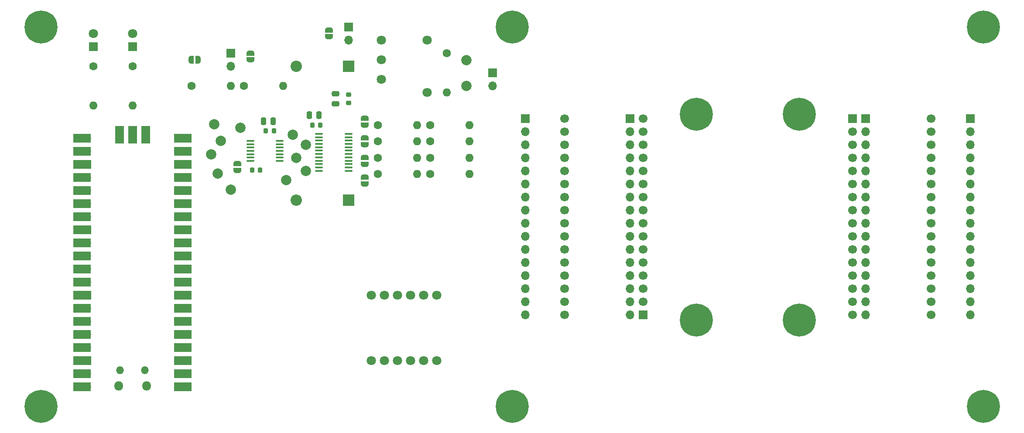
<source format=gbr>
G04 #@! TF.GenerationSoftware,KiCad,Pcbnew,8.0.6*
G04 #@! TF.CreationDate,2025-01-16T18:08:50-08:00*
G04 #@! TF.ProjectId,levitas,6c657669-7461-4732-9e6b-696361645f70,rev?*
G04 #@! TF.SameCoordinates,Original*
G04 #@! TF.FileFunction,Soldermask,Top*
G04 #@! TF.FilePolarity,Negative*
%FSLAX46Y46*%
G04 Gerber Fmt 4.6, Leading zero omitted, Abs format (unit mm)*
G04 Created by KiCad (PCBNEW 8.0.6) date 2025-01-16 18:08:50*
%MOMM*%
%LPD*%
G01*
G04 APERTURE LIST*
G04 Aperture macros list*
%AMRoundRect*
0 Rectangle with rounded corners*
0 $1 Rounding radius*
0 $2 $3 $4 $5 $6 $7 $8 $9 X,Y pos of 4 corners*
0 Add a 4 corners polygon primitive as box body*
4,1,4,$2,$3,$4,$5,$6,$7,$8,$9,$2,$3,0*
0 Add four circle primitives for the rounded corners*
1,1,$1+$1,$2,$3*
1,1,$1+$1,$4,$5*
1,1,$1+$1,$6,$7*
1,1,$1+$1,$8,$9*
0 Add four rect primitives between the rounded corners*
20,1,$1+$1,$2,$3,$4,$5,0*
20,1,$1+$1,$4,$5,$6,$7,0*
20,1,$1+$1,$6,$7,$8,$9,0*
20,1,$1+$1,$8,$9,$2,$3,0*%
%AMFreePoly0*
4,1,19,0.500000,-0.750000,0.000000,-0.750000,0.000000,-0.744911,-0.071157,-0.744911,-0.207708,-0.704816,-0.327430,-0.627875,-0.420627,-0.520320,-0.479746,-0.390866,-0.500000,-0.250000,-0.500000,0.250000,-0.479746,0.390866,-0.420627,0.520320,-0.327430,0.627875,-0.207708,0.704816,-0.071157,0.744911,0.000000,0.744911,0.000000,0.750000,0.500000,0.750000,0.500000,-0.750000,0.500000,-0.750000,
$1*%
%AMFreePoly1*
4,1,19,0.000000,0.744911,0.071157,0.744911,0.207708,0.704816,0.327430,0.627875,0.420627,0.520320,0.479746,0.390866,0.500000,0.250000,0.500000,-0.250000,0.479746,-0.390866,0.420627,-0.520320,0.327430,-0.627875,0.207708,-0.704816,0.071157,-0.744911,0.000000,-0.744911,0.000000,-0.750000,-0.500000,-0.750000,-0.500000,0.750000,0.000000,0.750000,0.000000,0.744911,0.000000,0.744911,
$1*%
G04 Aperture macros list end*
%ADD10C,0.800000*%
%ADD11C,6.400000*%
%ADD12C,1.600000*%
%ADD13O,1.600000X1.600000*%
%ADD14R,1.700000X1.700000*%
%ADD15O,1.700000X1.700000*%
%ADD16FreePoly0,90.000000*%
%ADD17FreePoly1,90.000000*%
%ADD18C,2.000000*%
%ADD19FreePoly0,270.000000*%
%ADD20FreePoly1,270.000000*%
%ADD21RoundRect,0.250000X-0.475000X0.250000X-0.475000X-0.250000X0.475000X-0.250000X0.475000X0.250000X0*%
%ADD22FreePoly0,180.000000*%
%ADD23FreePoly1,180.000000*%
%ADD24RoundRect,0.100000X-0.637500X-0.100000X0.637500X-0.100000X0.637500X0.100000X-0.637500X0.100000X0*%
%ADD25RoundRect,0.225000X0.225000X0.250000X-0.225000X0.250000X-0.225000X-0.250000X0.225000X-0.250000X0*%
%ADD26RoundRect,0.250000X0.250000X0.475000X-0.250000X0.475000X-0.250000X-0.475000X0.250000X-0.475000X0*%
%ADD27C,1.700000*%
%ADD28C,1.800000*%
%ADD29RoundRect,0.100000X0.637500X0.100000X-0.637500X0.100000X-0.637500X-0.100000X0.637500X-0.100000X0*%
%ADD30RoundRect,0.250000X-0.250000X-0.475000X0.250000X-0.475000X0.250000X0.475000X-0.250000X0.475000X0*%
%ADD31R,1.800000X1.800000*%
%ADD32RoundRect,0.225000X-0.225000X-0.250000X0.225000X-0.250000X0.225000X0.250000X-0.225000X0.250000X0*%
%ADD33O,1.800000X1.800000*%
%ADD34O,1.500000X1.500000*%
%ADD35R,3.500000X1.700000*%
%ADD36R,1.700000X3.500000*%
%ADD37R,2.200000X2.200000*%
%ADD38O,2.200000X2.200000*%
%ADD39RoundRect,0.225000X-0.250000X0.225000X-0.250000X-0.225000X0.250000X-0.225000X0.250000X0.225000X0*%
G04 APERTURE END LIST*
D10*
G04 #@! TO.C,REF\u002A\u002A*
X238900000Y-132080000D03*
X239602944Y-130382944D03*
X239602944Y-133777056D03*
X241300000Y-129680000D03*
D11*
X241300000Y-132080000D03*
D10*
X241300000Y-134480000D03*
X242997056Y-130382944D03*
X242997056Y-133777056D03*
X243700000Y-132080000D03*
G04 #@! TD*
D12*
G04 #@! TO.C,R2*
X76200000Y-66040000D03*
D13*
X76200000Y-73660000D03*
G04 #@! TD*
D14*
G04 #@! TO.C,JP2*
X146050000Y-67310000D03*
D15*
X146050000Y-69850000D03*
G04 #@! TD*
D12*
G04 #@! TO.C,F4*
X133985000Y-86995000D03*
D13*
X141605000Y-86995000D03*
G04 #@! TD*
D12*
G04 #@! TO.C,F2*
X133985000Y-80645000D03*
D13*
X141605000Y-80645000D03*
G04 #@! TD*
D12*
G04 #@! TO.C,F1*
X133985000Y-77470000D03*
D13*
X141605000Y-77470000D03*
G04 #@! TD*
D12*
G04 #@! TO.C,R8*
X123825000Y-86995000D03*
D13*
X131445000Y-86995000D03*
G04 #@! TD*
D16*
G04 #@! TO.C,JP9*
X121285000Y-81280000D03*
D17*
X121285000Y-79980000D03*
G04 #@! TD*
D10*
G04 #@! TO.C,REF\u002A\u002A*
X203160000Y-115390000D03*
X203862944Y-113692944D03*
X203862944Y-117087056D03*
X205560000Y-112990000D03*
D11*
X205560000Y-115390000D03*
D10*
X205560000Y-117790000D03*
X207257056Y-113692944D03*
X207257056Y-117087056D03*
X207960000Y-115390000D03*
G04 #@! TD*
D18*
G04 #@! TO.C,J13*
X91440000Y-83185000D03*
G04 #@! TD*
D19*
G04 #@! TO.C,JP3*
X114300000Y-59040000D03*
D20*
X114300000Y-60340000D03*
G04 #@! TD*
D21*
G04 #@! TO.C,C6*
X115570000Y-71440000D03*
X115570000Y-73340000D03*
G04 #@! TD*
D10*
G04 #@! TO.C,REF\u002A\u002A*
X183180000Y-75390000D03*
X183882944Y-73692944D03*
X183882944Y-77087056D03*
X185580000Y-72990000D03*
D11*
X185580000Y-75390000D03*
D10*
X185580000Y-77790000D03*
X187277056Y-73692944D03*
X187277056Y-77087056D03*
X187980000Y-75390000D03*
G04 #@! TD*
G04 #@! TO.C,REF\u002A\u002A*
X238900000Y-58420000D03*
X239602944Y-56722944D03*
X239602944Y-60117056D03*
X241300000Y-56020000D03*
D11*
X241300000Y-58420000D03*
D10*
X241300000Y-60820000D03*
X242997056Y-56722944D03*
X242997056Y-60117056D03*
X243700000Y-58420000D03*
G04 #@! TD*
D22*
G04 #@! TO.C,JP7*
X88900000Y-64770000D03*
D23*
X87600000Y-64770000D03*
G04 #@! TD*
D19*
G04 #@! TO.C,JP11*
X121285000Y-87600000D03*
D20*
X121285000Y-88900000D03*
G04 #@! TD*
D24*
G04 #@! TO.C,U2*
X112380000Y-79210000D03*
X112380000Y-79860000D03*
X112380000Y-80510000D03*
X112380000Y-81160000D03*
X112380000Y-81810000D03*
X112380000Y-82460000D03*
X112380000Y-83110000D03*
X112380000Y-83760000D03*
X112380000Y-84410000D03*
X112380000Y-85060000D03*
X112380000Y-85710000D03*
X112380000Y-86360000D03*
X118105000Y-86360000D03*
X118105000Y-85710000D03*
X118105000Y-85060000D03*
X118105000Y-84410000D03*
X118105000Y-83760000D03*
X118105000Y-83110000D03*
X118105000Y-82460000D03*
X118105000Y-81810000D03*
X118105000Y-81160000D03*
X118105000Y-80510000D03*
X118105000Y-79860000D03*
X118105000Y-79210000D03*
G04 #@! TD*
D25*
G04 #@! TO.C,C2*
X103640000Y-78650000D03*
X102090000Y-78650000D03*
G04 #@! TD*
D18*
G04 #@! TO.C,J17*
X107310000Y-79375000D03*
G04 #@! TD*
D10*
G04 #@! TO.C,REF\u002A\u002A*
X203180000Y-75357056D03*
X203882944Y-73660000D03*
X203882944Y-77054112D03*
X205580000Y-72957056D03*
D11*
X205580000Y-75357056D03*
D10*
X205580000Y-77757056D03*
X207277056Y-73660000D03*
X207277056Y-77054112D03*
X207980000Y-75357056D03*
G04 #@! TD*
D18*
G04 #@! TO.C,J15*
X107945000Y-83820000D03*
G04 #@! TD*
D26*
G04 #@! TO.C,C3*
X103495000Y-76745000D03*
X101595000Y-76745000D03*
G04 #@! TD*
D19*
G04 #@! TO.C,JP10*
X121285000Y-83790000D03*
D20*
X121285000Y-85090000D03*
G04 #@! TD*
D14*
G04 #@! TO.C,J2*
X215900000Y-76200000D03*
D27*
X215900000Y-78740000D03*
X215900000Y-81280000D03*
X215900000Y-83820000D03*
X215900000Y-86360000D03*
X215900000Y-88900000D03*
X215900000Y-91440000D03*
X215900000Y-93980000D03*
X215900000Y-96520000D03*
X215900000Y-99060000D03*
X215900000Y-101600000D03*
X215900000Y-104140000D03*
X215900000Y-106680000D03*
X215900000Y-109220000D03*
X215900000Y-111760000D03*
X215900000Y-114300000D03*
X231140000Y-114300000D03*
X231140000Y-111760000D03*
X231140000Y-109220000D03*
X231140000Y-106680000D03*
X231140000Y-104140000D03*
X231140000Y-101600000D03*
X231140000Y-99060000D03*
X231140000Y-96520000D03*
X231140000Y-93980000D03*
X231140000Y-91440000D03*
X231140000Y-88900000D03*
X231140000Y-86360000D03*
X231140000Y-83820000D03*
X231140000Y-81280000D03*
X231140000Y-78740000D03*
X231140000Y-76200000D03*
G04 #@! TD*
D10*
G04 #@! TO.C,REF\u002A\u002A*
X56020000Y-58420000D03*
X56722944Y-56722944D03*
X56722944Y-60117056D03*
X58420000Y-56020000D03*
D11*
X58420000Y-58420000D03*
D10*
X58420000Y-60820000D03*
X60117056Y-56722944D03*
X60117056Y-60117056D03*
X60820000Y-58420000D03*
G04 #@! TD*
D18*
G04 #@! TO.C,J16*
X109850000Y-81280000D03*
G04 #@! TD*
D14*
G04 #@! TO.C,JP5*
X95250000Y-63500000D03*
D15*
X95250000Y-66040000D03*
G04 #@! TD*
D14*
G04 #@! TO.C,J1*
X175260000Y-114300000D03*
D27*
X175260000Y-111760000D03*
X175260000Y-109220000D03*
X175260000Y-106680000D03*
X175260000Y-104140000D03*
X175260000Y-101600000D03*
X175260000Y-99060000D03*
X175260000Y-96520000D03*
X175260000Y-93980000D03*
X175260000Y-91440000D03*
X175260000Y-88900000D03*
X175260000Y-86360000D03*
X175260000Y-83820000D03*
X175260000Y-81280000D03*
X175260000Y-78740000D03*
X175260000Y-76200000D03*
X160020000Y-76200000D03*
X160020000Y-78740000D03*
X160020000Y-81280000D03*
X160020000Y-83820000D03*
X160020000Y-86360000D03*
X160020000Y-88900000D03*
X160020000Y-91440000D03*
X160020000Y-93980000D03*
X160020000Y-96520000D03*
X160020000Y-99060000D03*
X160020000Y-101600000D03*
X160020000Y-104140000D03*
X160020000Y-106680000D03*
X160020000Y-109220000D03*
X160020000Y-111760000D03*
X160020000Y-114300000D03*
G04 #@! TD*
D18*
G04 #@! TO.C,J10*
X97150000Y-78015000D03*
G04 #@! TD*
D10*
G04 #@! TO.C,REF\u002A\u002A*
X56020000Y-132080000D03*
X56722944Y-130382944D03*
X56722944Y-133777056D03*
X58420000Y-129680000D03*
D11*
X58420000Y-132080000D03*
D10*
X58420000Y-134480000D03*
X60117056Y-130382944D03*
X60117056Y-133777056D03*
X60820000Y-132080000D03*
G04 #@! TD*
D14*
G04 #@! TO.C,J4*
X172720000Y-76200000D03*
D15*
X172720000Y-78740000D03*
X172720000Y-81280000D03*
X172720000Y-83820000D03*
X172720000Y-86360000D03*
X172720000Y-88900000D03*
X172720000Y-91440000D03*
X172720000Y-93980000D03*
X172720000Y-96520000D03*
X172720000Y-99060000D03*
X172720000Y-101600000D03*
X172720000Y-104140000D03*
X172720000Y-106680000D03*
X172720000Y-109220000D03*
X172720000Y-111760000D03*
X172720000Y-114300000D03*
G04 #@! TD*
D16*
G04 #@! TO.C,JP8*
X121285000Y-77470000D03*
D17*
X121285000Y-76170000D03*
G04 #@! TD*
D14*
G04 #@! TO.C,J6*
X238760000Y-76200000D03*
D15*
X238760000Y-78740000D03*
X238760000Y-81280000D03*
X238760000Y-83820000D03*
X238760000Y-86360000D03*
X238760000Y-88900000D03*
X238760000Y-91440000D03*
X238760000Y-93980000D03*
X238760000Y-96520000D03*
X238760000Y-99060000D03*
X238760000Y-101600000D03*
X238760000Y-104140000D03*
X238760000Y-106680000D03*
X238760000Y-109220000D03*
X238760000Y-111760000D03*
X238760000Y-114300000D03*
G04 #@! TD*
D28*
G04 #@! TO.C,U5*
X122555000Y-110490000D03*
X125095000Y-110490000D03*
X127635000Y-110490000D03*
X130175000Y-110490000D03*
X132715000Y-110490000D03*
X135255000Y-110490000D03*
X122555000Y-123190000D03*
X125095000Y-123190000D03*
X127635000Y-123190000D03*
X130175000Y-123190000D03*
X132715000Y-123190000D03*
X135255000Y-123190000D03*
G04 #@! TD*
D16*
G04 #@! TO.C,JP1*
X96515000Y-86285000D03*
D17*
X96515000Y-84985000D03*
G04 #@! TD*
D29*
G04 #@! TO.C,U4*
X104770000Y-84455000D03*
X104770000Y-83805000D03*
X104770000Y-83155000D03*
X104770000Y-82505000D03*
X104770000Y-81855000D03*
X104770000Y-81205000D03*
X104770000Y-80555000D03*
X99045000Y-80555000D03*
X99045000Y-81205000D03*
X99045000Y-81855000D03*
X99045000Y-82505000D03*
X99045000Y-83155000D03*
X99045000Y-83805000D03*
X99045000Y-84455000D03*
G04 #@! TD*
D14*
G04 #@! TO.C,JP4*
X118110000Y-58420000D03*
D15*
X118110000Y-60960000D03*
G04 #@! TD*
D12*
G04 #@! TO.C,F3*
X133985000Y-83820000D03*
D13*
X141605000Y-83820000D03*
G04 #@! TD*
D30*
G04 #@! TO.C,C8*
X110490000Y-75565000D03*
X112390000Y-75565000D03*
G04 #@! TD*
D12*
G04 #@! TO.C,R4*
X97790000Y-69850000D03*
D13*
X105410000Y-69850000D03*
G04 #@! TD*
D18*
G04 #@! TO.C,J9*
X106040000Y-88175000D03*
G04 #@! TD*
D14*
G04 #@! TO.C,J5*
X218440000Y-76200000D03*
D15*
X218440000Y-78740000D03*
X218440000Y-81280000D03*
X218440000Y-83820000D03*
X218440000Y-86360000D03*
X218440000Y-88900000D03*
X218440000Y-91440000D03*
X218440000Y-93980000D03*
X218440000Y-96520000D03*
X218440000Y-99060000D03*
X218440000Y-101600000D03*
X218440000Y-104140000D03*
X218440000Y-106680000D03*
X218440000Y-109220000D03*
X218440000Y-111760000D03*
X218440000Y-114300000D03*
G04 #@! TD*
D12*
G04 #@! TO.C,R3*
X137160000Y-63500000D03*
D13*
X137160000Y-71120000D03*
G04 #@! TD*
D31*
G04 #@! TO.C,D4*
X68580000Y-62230000D03*
D28*
X68580000Y-59690000D03*
G04 #@! TD*
D32*
G04 #@! TO.C,C7*
X111120000Y-77470000D03*
X112670000Y-77470000D03*
G04 #@! TD*
D18*
G04 #@! TO.C,J12*
X93340000Y-80555000D03*
G04 #@! TD*
D31*
G04 #@! TO.C,D1*
X76200000Y-62230000D03*
D28*
X76200000Y-59690000D03*
G04 #@! TD*
D10*
G04 #@! TO.C,REF\u002A\u002A*
X147460000Y-58420000D03*
X148162944Y-56722944D03*
X148162944Y-60117056D03*
X149860000Y-56020000D03*
D11*
X149860000Y-58420000D03*
D10*
X149860000Y-60820000D03*
X151557056Y-56722944D03*
X151557056Y-60117056D03*
X152260000Y-58420000D03*
G04 #@! TD*
D28*
G04 #@! TO.C,U3*
X124460000Y-60960000D03*
X124460000Y-64770000D03*
X133350000Y-60960000D03*
X133350000Y-71120000D03*
X124460000Y-68580000D03*
G04 #@! TD*
D12*
G04 #@! TO.C,R1*
X87630000Y-69850000D03*
D13*
X95250000Y-69850000D03*
G04 #@! TD*
D19*
G04 #@! TO.C,JP6*
X99060000Y-63500000D03*
D20*
X99060000Y-64800000D03*
G04 #@! TD*
D18*
G04 #@! TO.C,J11*
X92070000Y-77380000D03*
G04 #@! TD*
D12*
G04 #@! TO.C,R6*
X123825000Y-80645000D03*
D13*
X131445000Y-80645000D03*
G04 #@! TD*
D10*
G04 #@! TO.C,REF\u002A\u002A*
X183180000Y-115390000D03*
X183882944Y-113692944D03*
X183882944Y-117087056D03*
X185580000Y-112990000D03*
D11*
X185580000Y-115390000D03*
D10*
X185580000Y-117790000D03*
X187277056Y-113692944D03*
X187277056Y-117087056D03*
X187980000Y-115390000D03*
G04 #@! TD*
G04 #@! TO.C,REF\u002A\u002A*
X147460000Y-132080000D03*
X148162944Y-130382944D03*
X148162944Y-133777056D03*
X149860000Y-129680000D03*
D11*
X149860000Y-132080000D03*
D10*
X149860000Y-134480000D03*
X151557056Y-130382944D03*
X151557056Y-133777056D03*
X152260000Y-132080000D03*
G04 #@! TD*
D33*
G04 #@! TO.C,U1*
X78925000Y-128140000D03*
D34*
X78625000Y-125110000D03*
X73775000Y-125110000D03*
D33*
X73475000Y-128140000D03*
D15*
X85090000Y-128270000D03*
D35*
X85990000Y-128270000D03*
D15*
X85090000Y-125730000D03*
D35*
X85990000Y-125730000D03*
D14*
X85090000Y-123190000D03*
D35*
X85990000Y-123190000D03*
D15*
X85090000Y-120650000D03*
D35*
X85990000Y-120650000D03*
D15*
X85090000Y-118110000D03*
D35*
X85990000Y-118110000D03*
D15*
X85090000Y-115570000D03*
D35*
X85990000Y-115570000D03*
D15*
X85090000Y-113030000D03*
D35*
X85990000Y-113030000D03*
D14*
X85090000Y-110490000D03*
D35*
X85990000Y-110490000D03*
D15*
X85090000Y-107950000D03*
D35*
X85990000Y-107950000D03*
D15*
X85090000Y-105410000D03*
D35*
X85990000Y-105410000D03*
D15*
X85090000Y-102870000D03*
D35*
X85990000Y-102870000D03*
D15*
X85090000Y-100330000D03*
D35*
X85990000Y-100330000D03*
D14*
X85090000Y-97790000D03*
D35*
X85990000Y-97790000D03*
D15*
X85090000Y-95250000D03*
D35*
X85990000Y-95250000D03*
D15*
X85090000Y-92710000D03*
D35*
X85990000Y-92710000D03*
D15*
X85090000Y-90170000D03*
D35*
X85990000Y-90170000D03*
D15*
X85090000Y-87630000D03*
D35*
X85990000Y-87630000D03*
D14*
X85090000Y-85090000D03*
D35*
X85990000Y-85090000D03*
D15*
X85090000Y-82550000D03*
D35*
X85990000Y-82550000D03*
D15*
X85090000Y-80010000D03*
D35*
X85990000Y-80010000D03*
D15*
X67310000Y-80010000D03*
D35*
X66410000Y-80010000D03*
D15*
X67310000Y-82550000D03*
D35*
X66410000Y-82550000D03*
D14*
X67310000Y-85090000D03*
D35*
X66410000Y-85090000D03*
D15*
X67310000Y-87630000D03*
D35*
X66410000Y-87630000D03*
D15*
X67310000Y-90170000D03*
D35*
X66410000Y-90170000D03*
D15*
X67310000Y-92710000D03*
D35*
X66410000Y-92710000D03*
D15*
X67310000Y-95250000D03*
D35*
X66410000Y-95250000D03*
D14*
X67310000Y-97790000D03*
D35*
X66410000Y-97790000D03*
D15*
X67310000Y-100330000D03*
D35*
X66410000Y-100330000D03*
D15*
X67310000Y-102870000D03*
D35*
X66410000Y-102870000D03*
D15*
X67310000Y-105410000D03*
D35*
X66410000Y-105410000D03*
D15*
X67310000Y-107950000D03*
D35*
X66410000Y-107950000D03*
D14*
X67310000Y-110490000D03*
D35*
X66410000Y-110490000D03*
D15*
X67310000Y-113030000D03*
D35*
X66410000Y-113030000D03*
D15*
X67310000Y-115570000D03*
D35*
X66410000Y-115570000D03*
D15*
X67310000Y-118110000D03*
D35*
X66410000Y-118110000D03*
D15*
X67310000Y-120650000D03*
D35*
X66410000Y-120650000D03*
D14*
X67310000Y-123190000D03*
D35*
X66410000Y-123190000D03*
D15*
X67310000Y-125730000D03*
D35*
X66410000Y-125730000D03*
D15*
X67310000Y-128270000D03*
D35*
X66410000Y-128270000D03*
D15*
X78740000Y-80240000D03*
D36*
X78740000Y-79340000D03*
D14*
X76200000Y-80240000D03*
D36*
X76200000Y-79340000D03*
D15*
X73660000Y-80240000D03*
D36*
X73660000Y-79340000D03*
G04 #@! TD*
D37*
G04 #@! TO.C,D3*
X118110000Y-92075000D03*
D38*
X107950000Y-92075000D03*
G04 #@! TD*
D12*
G04 #@! TO.C,R5*
X123825000Y-77470000D03*
D13*
X131445000Y-77470000D03*
G04 #@! TD*
D32*
G04 #@! TO.C,C1*
X99410000Y-86270000D03*
X100960000Y-86270000D03*
G04 #@! TD*
D14*
G04 #@! TO.C,J3*
X152400000Y-76200000D03*
D15*
X152400000Y-78740000D03*
X152400000Y-81280000D03*
X152400000Y-83820000D03*
X152400000Y-86360000D03*
X152400000Y-88900000D03*
X152400000Y-91440000D03*
X152400000Y-93980000D03*
X152400000Y-96520000D03*
X152400000Y-99060000D03*
X152400000Y-101600000D03*
X152400000Y-104140000D03*
X152400000Y-106680000D03*
X152400000Y-109220000D03*
X152400000Y-111760000D03*
X152400000Y-114300000D03*
G04 #@! TD*
D39*
G04 #@! TO.C,C5*
X118110000Y-71615000D03*
X118110000Y-73165000D03*
G04 #@! TD*
D18*
G04 #@! TO.C,J7*
X92705000Y-86905000D03*
G04 #@! TD*
G04 #@! TO.C,J8*
X95245000Y-90080000D03*
G04 #@! TD*
D12*
G04 #@! TO.C,R9*
X68580000Y-66040000D03*
D13*
X68580000Y-73660000D03*
G04 #@! TD*
D37*
G04 #@! TO.C,D2*
X118110000Y-66040000D03*
D38*
X107950000Y-66040000D03*
G04 #@! TD*
D12*
G04 #@! TO.C,R7*
X123825000Y-83820000D03*
D13*
X131445000Y-83820000D03*
G04 #@! TD*
D18*
G04 #@! TO.C,C4*
X140970000Y-64850000D03*
X140970000Y-69850000D03*
G04 #@! TD*
G04 #@! TO.C,J14*
X109850000Y-86360000D03*
G04 #@! TD*
M02*

</source>
